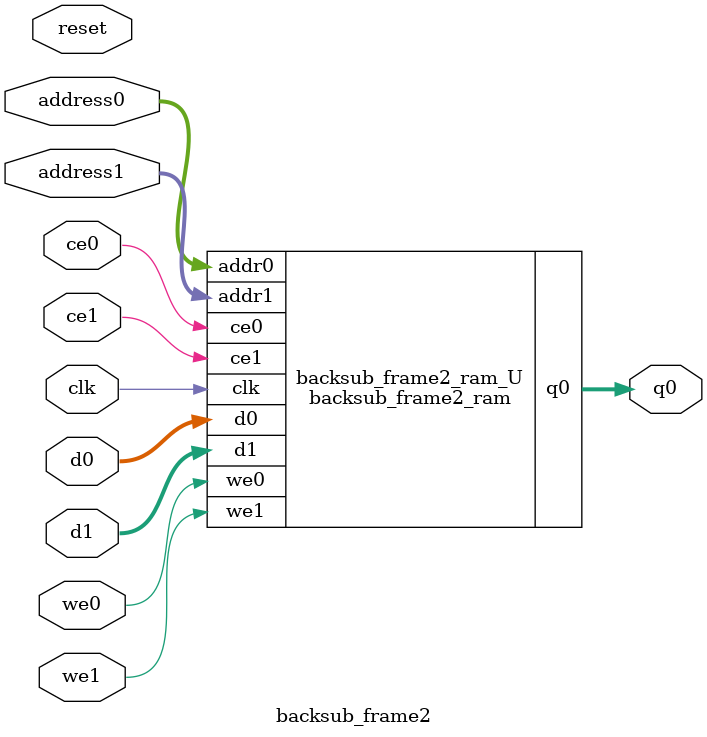
<source format=v>

`timescale 1 ns / 1 ps
module backsub_frame2_ram (addr0, ce0, d0, we0, q0, addr1, ce1, d1, we1,  clk);

parameter DWIDTH = 8;
parameter AWIDTH = 17;
parameter MEM_SIZE = 103680;

input[AWIDTH-1:0] addr0;
input ce0;
input[DWIDTH-1:0] d0;
input we0;
output reg[DWIDTH-1:0] q0;
input[AWIDTH-1:0] addr1;
input ce1;
input[DWIDTH-1:0] d1;
input we1;
input clk;

(* ram_style = "block" *)reg [DWIDTH-1:0] ram[MEM_SIZE-1:0];




always @(posedge clk)  
begin 
    if (ce0) 
    begin
        if (we0) 
        begin 
            ram[addr0] <= d0; 
            q0 <= d0;
        end 
        else 
            q0 <= ram[addr0];
    end
end


always @(posedge clk)  
begin 
    if (ce1) 
    begin
        if (we1) 
        begin 
            ram[addr1] <= d1; 
        end 
    end
end


endmodule


`timescale 1 ns / 1 ps
module backsub_frame2(
    reset,
    clk,
    address0,
    ce0,
    we0,
    d0,
    q0,
    address1,
    ce1,
    we1,
    d1);

parameter DataWidth = 32'd8;
parameter AddressRange = 32'd103680;
parameter AddressWidth = 32'd17;
input reset;
input clk;
input[AddressWidth - 1:0] address0;
input ce0;
input we0;
input[DataWidth - 1:0] d0;
output[DataWidth - 1:0] q0;
input[AddressWidth - 1:0] address1;
input ce1;
input we1;
input[DataWidth - 1:0] d1;



backsub_frame2_ram backsub_frame2_ram_U(
    .clk( clk ),
    .addr0( address0 ),
    .ce0( ce0 ),
    .d0( d0 ),
    .we0( we0 ),
    .q0( q0 ),
    .addr1( address1 ),
    .ce1( ce1 ),
    .d1( d1 ),
    .we1( we1 ));

endmodule


</source>
